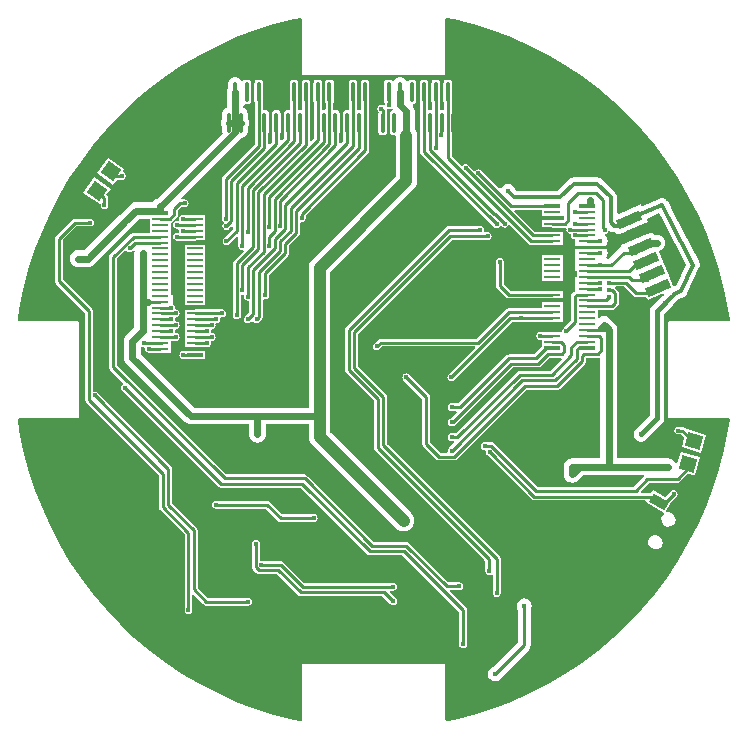
<source format=gtl>
%FSLAX44Y44*%
%MOMM*%
G71*
G01*
G75*
G04 Layer_Physical_Order=1*
G04 Layer_Color=255*
%ADD10R,1.3500X0.3000*%
%ADD11R,1.3500X0.2500*%
%ADD12R,0.5000X1.7000*%
G04:AMPARAMS|DCode=13|XSize=0.32mm|YSize=1.7mm|CornerRadius=0.08mm|HoleSize=0mm|Usage=FLASHONLY|Rotation=0.000|XOffset=0mm|YOffset=0mm|HoleType=Round|Shape=RoundedRectangle|*
%AMROUNDEDRECTD13*
21,1,0.3200,1.5400,0,0,0.0*
21,1,0.1600,1.7000,0,0,0.0*
1,1,0.1600,0.0800,-0.7700*
1,1,0.1600,-0.0800,-0.7700*
1,1,0.1600,-0.0800,0.7700*
1,1,0.1600,0.0800,0.7700*
%
%ADD13ROUNDEDRECTD13*%
G04:AMPARAMS|DCode=14|XSize=1.5mm|YSize=0.8mm|CornerRadius=0mm|HoleSize=0mm|Usage=FLASHONLY|Rotation=330.000|XOffset=0mm|YOffset=0mm|HoleType=Round|Shape=Rectangle|*
%AMROTATEDRECTD14*
4,1,4,-0.8495,0.0286,-0.4495,0.7214,0.8495,-0.0286,0.4495,-0.7214,-0.8495,0.0286,0.0*
%
%ADD14ROTATEDRECTD14*%

G04:AMPARAMS|DCode=15|XSize=1.5mm|YSize=1mm|CornerRadius=0mm|HoleSize=0mm|Usage=FLASHONLY|Rotation=240.000|XOffset=0mm|YOffset=0mm|HoleType=Round|Shape=Rectangle|*
%AMROTATEDRECTD15*
4,1,4,-0.0580,0.8995,0.8080,0.3995,0.0580,-0.8995,-0.8080,-0.3995,-0.0580,0.8995,0.0*
%
%ADD15ROTATEDRECTD15*%

G04:AMPARAMS|DCode=16|XSize=3mm|YSize=2.1mm|CornerRadius=0mm|HoleSize=0mm|Usage=FLASHONLY|Rotation=203.500|XOffset=0mm|YOffset=0mm|HoleType=Round|Shape=Rectangle|*
%AMROTATEDRECTD16*
4,1,4,0.9569,1.5610,1.7943,-0.3648,-0.9569,-1.5610,-1.7943,0.3648,0.9569,1.5610,0.0*
%
%ADD16ROTATEDRECTD16*%

G04:AMPARAMS|DCode=17|XSize=2.1mm|YSize=0.8mm|CornerRadius=0mm|HoleSize=0mm|Usage=FLASHONLY|Rotation=203.500|XOffset=0mm|YOffset=0mm|HoleType=Round|Shape=Rectangle|*
%AMROTATEDRECTD17*
4,1,4,0.8034,0.7855,1.1224,0.0519,-0.8034,-0.7855,-1.1224,-0.0519,0.8034,0.7855,0.0*
%
%ADD17ROTATEDRECTD17*%

G04:AMPARAMS|DCode=18|XSize=1.2954mm|YSize=1.1938mm|CornerRadius=0mm|HoleSize=0mm|Usage=FLASHONLY|Rotation=344.000|XOffset=0mm|YOffset=0mm|HoleType=Round|Shape=Rectangle|*
%AMROTATEDRECTD18*
4,1,4,-0.7871,-0.3952,-0.4581,0.7523,0.7871,0.3952,0.4581,-0.7523,-0.7871,-0.3952,0.0*
%
%ADD18ROTATEDRECTD18*%

G04:AMPARAMS|DCode=19|XSize=1.2954mm|YSize=1.1938mm|CornerRadius=0mm|HoleSize=0mm|Usage=FLASHONLY|Rotation=325.000|XOffset=0mm|YOffset=0mm|HoleType=Round|Shape=Rectangle|*
%AMROTATEDRECTD19*
4,1,4,-0.8729,-0.1175,-0.1882,0.8605,0.8729,0.1175,0.1882,-0.8605,-0.8729,-0.1175,0.0*
%
%ADD19ROTATEDRECTD19*%

%ADD20C,0.6000*%
%ADD21C,0.2540*%
%ADD22C,1.0000*%
%ADD23C,0.4000*%
%ADD24C,0.3000*%
G04:AMPARAMS|DCode=25|XSize=4mm|YSize=4mm|CornerRadius=2mm|HoleSize=0mm|Usage=FLASHONLY|Rotation=0.000|XOffset=0mm|YOffset=0mm|HoleType=Round|Shape=RoundedRectangle|*
%AMROUNDEDRECTD25*
21,1,4.0000,0.0000,0,0,0.0*
21,1,0.0000,4.0000,0,0,0.0*
1,1,4.0000,0.0000,0.0000*
1,1,4.0000,0.0000,0.0000*
1,1,4.0000,0.0000,0.0000*
1,1,4.0000,0.0000,0.0000*
%
%ADD25ROUNDEDRECTD25*%
%ADD26C,0.0254*%
%ADD27C,0.4500*%
G36*
X-60698Y297114D02*
Y250000D01*
X-60494Y249506D01*
X-60000Y249302D01*
X60000D01*
X60494Y249506D01*
X60698Y250000D01*
Y297114D01*
X61680Y297919D01*
X67724Y296717D01*
X84254Y292453D01*
X100520Y287269D01*
X116469Y281181D01*
X132051Y274208D01*
X147219Y266372D01*
X161923Y257699D01*
X176117Y248214D01*
X189758Y237949D01*
X202801Y226935D01*
X215206Y215206D01*
X226935Y202801D01*
X237949Y189758D01*
X248214Y176117D01*
X257699Y161923D01*
X266372Y147219D01*
X274208Y132051D01*
X281181Y116469D01*
X287269Y100520D01*
X292453Y84254D01*
X296717Y67724D01*
X300048Y50980D01*
X301364Y41657D01*
X300531Y40698D01*
X250000D01*
X249506Y40494D01*
X249302Y40000D01*
Y-40000D01*
X249506Y-40494D01*
X250000Y-40698D01*
X300531D01*
X301364Y-41657D01*
X300048Y-50980D01*
X296717Y-67724D01*
X292453Y-84254D01*
X287269Y-100520D01*
X281181Y-116469D01*
X274208Y-132051D01*
X266372Y-147219D01*
X257699Y-161923D01*
X248214Y-176117D01*
X237949Y-189758D01*
X226935Y-202801D01*
X215206Y-215206D01*
X202801Y-226935D01*
X189758Y-237949D01*
X176117Y-248214D01*
X161923Y-257699D01*
X147219Y-266372D01*
X132051Y-274208D01*
X116469Y-281181D01*
X100520Y-287269D01*
X84254Y-292453D01*
X67724Y-296717D01*
X61680Y-297919D01*
X60698Y-297114D01*
Y-250000D01*
X60494Y-249506D01*
X60000Y-249302D01*
X-60000D01*
X-60494Y-249506D01*
X-60698Y-250000D01*
Y-297114D01*
X-61680Y-297919D01*
X-67724Y-296717D01*
X-84254Y-292453D01*
X-100520Y-287269D01*
X-116469Y-281181D01*
X-132051Y-274208D01*
X-147219Y-266372D01*
X-161923Y-257699D01*
X-176117Y-248214D01*
X-189758Y-237949D01*
X-202801Y-226935D01*
X-215206Y-215206D01*
X-226935Y-202801D01*
X-237949Y-189758D01*
X-248214Y-176117D01*
X-257699Y-161923D01*
X-266372Y-147219D01*
X-274208Y-132051D01*
X-281181Y-116469D01*
X-287269Y-100520D01*
X-292453Y-84254D01*
X-296717Y-67724D01*
X-300048Y-50980D01*
X-301364Y-41657D01*
X-300531Y-40698D01*
X-250000D01*
X-249506Y-40494D01*
X-249302Y-40000D01*
Y40000D01*
X-249506Y40494D01*
X-250000Y40698D01*
X-300531D01*
X-301364Y41657D01*
X-300048Y50980D01*
X-296717Y67724D01*
X-292453Y84254D01*
X-287269Y100520D01*
X-281181Y116469D01*
X-274208Y132051D01*
X-266372Y147219D01*
X-257699Y161923D01*
X-248214Y176117D01*
X-237949Y189758D01*
X-226935Y202801D01*
X-215206Y215206D01*
X-202801Y226935D01*
X-189758Y237949D01*
X-176117Y248214D01*
X-161923Y257699D01*
X-147219Y266372D01*
X-132051Y274208D01*
X-116469Y281181D01*
X-100520Y287269D01*
X-84254Y292453D01*
X-67724Y296717D01*
X-61680Y297919D01*
X-60698Y297114D01*
D02*
G37*
%LPC*%
G36*
X261206Y-48338D02*
X257810D01*
X256534Y-48592D01*
X255452Y-49315D01*
X254730Y-50397D01*
X254476Y-51673D01*
X254730Y-52948D01*
X255452Y-54030D01*
X256534Y-54753D01*
X257810Y-55006D01*
X259825D01*
X263085Y-58266D01*
X260939Y-65751D01*
X277236Y-70424D01*
X281629Y-55104D01*
X265332Y-50431D01*
X265332Y-50430D01*
X265332Y-50430D01*
X264814Y-50565D01*
X263564Y-49315D01*
X262482Y-48592D01*
X261206Y-48338D01*
D02*
G37*
G36*
X-89994Y-111066D02*
X-133740D01*
X-135015Y-111320D01*
X-136097Y-112043D01*
X-136820Y-113124D01*
X-137074Y-114400D01*
X-136820Y-115676D01*
X-136097Y-116757D01*
X-135015Y-117480D01*
X-133740Y-117734D01*
X-91375D01*
X-81021Y-128088D01*
X-81021D01*
X-81021Y-128088D01*
X-81021Y-128088D01*
Y-128088D01*
X-79940Y-128810D01*
X-78664Y-129064D01*
X-50800D01*
X-49524Y-128810D01*
X-48443Y-128088D01*
X-47720Y-127006D01*
X-47466Y-125730D01*
X-47720Y-124454D01*
X-48443Y-123372D01*
X-49524Y-122650D01*
X-50800Y-122396D01*
X-77283D01*
X-87636Y-112043D01*
X-88718Y-111320D01*
X-89994Y-111066D01*
D02*
G37*
G36*
X-142500Y15750D02*
X-160000D01*
Y15584D01*
X-161290D01*
X-162566Y15330D01*
X-163647Y14607D01*
X-164370Y13526D01*
X-164624Y12250D01*
X-164370Y10974D01*
X-163647Y9893D01*
X-162566Y9170D01*
X-161290Y8916D01*
X-160000D01*
Y8750D01*
X-142500D01*
Y15750D01*
D02*
G37*
G36*
X160000Y56750D02*
X142500D01*
Y51834D01*
X114279D01*
X113004Y51580D01*
X111922Y50858D01*
X87259Y26194D01*
X5789D01*
X4514Y25940D01*
X3432Y25217D01*
X182Y21968D01*
X-540Y20886D01*
X-794Y19611D01*
X-540Y18335D01*
X182Y17253D01*
X1264Y16530D01*
X2540Y16277D01*
X3816Y16530D01*
X4897Y17253D01*
X7170Y19526D01*
X85351D01*
X85837Y18353D01*
X63393Y-4092D01*
X62670Y-5174D01*
X62416Y-6450D01*
X62670Y-7726D01*
X63393Y-8808D01*
X64474Y-9530D01*
X65750Y-9784D01*
X67026Y-9530D01*
X68108Y-8808D01*
X117081Y40166D01*
X151250D01*
X151673Y40250D01*
X160000D01*
Y45250D01*
Y50250D01*
Y56750D01*
D02*
G37*
G36*
X239256Y-140077D02*
X236875Y-140234D01*
X234734Y-141289D01*
X233160Y-143084D01*
X232393Y-145344D01*
X232549Y-147726D01*
X233605Y-149867D01*
X235399Y-151441D01*
X237659Y-152208D01*
X240041Y-152052D01*
X242182Y-150996D01*
X243756Y-149201D01*
X244523Y-146941D01*
X244367Y-144559D01*
X243311Y-142419D01*
X241517Y-140845D01*
X239256Y-140077D01*
D02*
G37*
G36*
X-240030Y127794D02*
X-253170D01*
X-254446Y127540D01*
X-255527Y126818D01*
X-269058Y113287D01*
X-269780Y112206D01*
X-270034Y110930D01*
Y75120D01*
X-269780Y73844D01*
X-269058Y72762D01*
X-269058Y72762D01*
X-269058Y72762D01*
X-244094Y47799D01*
Y-25924D01*
X-243840Y-27200D01*
X-243118Y-28282D01*
X-181723Y-89676D01*
Y-116482D01*
X-181470Y-117758D01*
X-180747Y-118840D01*
X-180747Y-118840D01*
X-180747Y-118840D01*
X-160211Y-139375D01*
Y-203803D01*
X-159957Y-205079D01*
X-159235Y-206160D01*
X-158153Y-206883D01*
X-156877Y-207137D01*
X-155601Y-206883D01*
X-154520Y-206160D01*
X-153797Y-205079D01*
X-153543Y-203803D01*
Y-191309D01*
X-152370Y-190823D01*
X-144366Y-198827D01*
X-143285Y-199549D01*
X-143284Y-199549D01*
X-143284Y-199549D01*
D01*
X-143284Y-199549D01*
X-143284Y-199549D01*
X-142008Y-199803D01*
X-106221D01*
X-104945Y-199549D01*
X-103863Y-198827D01*
X-103140Y-197745D01*
X-102886Y-196469D01*
X-103140Y-195193D01*
X-103863Y-194111D01*
X-104945Y-193389D01*
X-106221Y-193135D01*
X-140627D01*
X-149003Y-184759D01*
Y-136114D01*
X-149257Y-134838D01*
X-149980Y-133756D01*
X-170515Y-113221D01*
Y-84301D01*
X-170769Y-83025D01*
X-171492Y-81944D01*
X-233862Y-19573D01*
X-234944Y-18850D01*
X-236220Y-18596D01*
X-236444Y-18641D01*
X-237426Y-17835D01*
Y49180D01*
X-237680Y50456D01*
X-238403Y51537D01*
X-263366Y76501D01*
Y109549D01*
X-251789Y121126D01*
X-240030D01*
X-238754Y121380D01*
X-237673Y122102D01*
X-236950Y123184D01*
X-236696Y124460D01*
X-236950Y125736D01*
X-237673Y126818D01*
X-238754Y127540D01*
X-240030Y127794D01*
D02*
G37*
G36*
X127381Y-193825D02*
X124942Y-194310D01*
X122875Y-195692D01*
X121494Y-197759D01*
X121009Y-200198D01*
X121494Y-202637D01*
X122008Y-203406D01*
Y-231117D01*
X101494Y-251631D01*
X100587Y-251811D01*
X98519Y-253193D01*
X97138Y-255260D01*
X96653Y-257699D01*
X97138Y-260137D01*
X98519Y-262205D01*
X100587Y-263586D01*
X103025Y-264071D01*
X105464Y-263586D01*
X107531Y-262205D01*
X108913Y-260137D01*
X109093Y-259230D01*
X131180Y-237142D01*
X131180Y-237143D01*
X131180Y-237142D01*
X132345Y-235399D01*
X132754Y-233343D01*
Y-203406D01*
X133268Y-202637D01*
X133753Y-200198D01*
X133268Y-197759D01*
X131887Y-195692D01*
X129820Y-194310D01*
X127381Y-193825D01*
D02*
G37*
G36*
X90170Y121444D02*
X63429D01*
X62154Y121190D01*
X61072Y120468D01*
X-23407Y35988D01*
X-24130Y34906D01*
X-24384Y33630D01*
Y-190D01*
X-24130Y-1465D01*
X-23407Y-2547D01*
X-23407Y-2547D01*
X-23407Y-2547D01*
X161Y-26116D01*
Y-66167D01*
X415Y-67443D01*
X1138Y-68524D01*
X1138Y-68524D01*
X1138Y-68524D01*
X94456Y-161843D01*
Y-170609D01*
X94710Y-171885D01*
X95433Y-172967D01*
X96514Y-173690D01*
X97790Y-173944D01*
X99066Y-173690D01*
X99686Y-173276D01*
X100806Y-173874D01*
Y-189175D01*
X101060Y-190451D01*
X101783Y-191533D01*
X102864Y-192256D01*
X104140Y-192509D01*
X105416Y-192256D01*
X106497Y-191533D01*
X107220Y-190451D01*
X107474Y-189175D01*
Y-160391D01*
X107220Y-159115D01*
X106497Y-158034D01*
X11369Y-62905D01*
Y-22854D01*
X11116Y-21579D01*
X10393Y-20497D01*
X-13176Y3072D01*
Y30369D01*
X66151Y109696D01*
X96425D01*
X97700Y109950D01*
X98782Y110673D01*
X99505Y111754D01*
X99759Y113030D01*
X99505Y114306D01*
X98782Y115387D01*
X97700Y116110D01*
X96425Y116364D01*
X94158D01*
X93352Y117346D01*
X93504Y118110D01*
X93250Y119386D01*
X92528Y120468D01*
X91446Y121190D01*
X90170Y121444D01*
D02*
G37*
G36*
X-99790Y-143986D02*
X-101066Y-144240D01*
X-102148Y-144963D01*
X-102870Y-146044D01*
X-103124Y-147320D01*
Y-166980D01*
X-102870Y-168256D01*
X-102148Y-169338D01*
X-102148Y-169338D01*
X-102148Y-169338D01*
X-99488Y-171998D01*
X-98406Y-172720D01*
X-97130Y-172974D01*
X-82072D01*
X-64366Y-190680D01*
D01*
X-64366D01*
Y-190680D01*
D01*
X-64366D01*
Y-190680D01*
X-64366D01*
X-64366Y-190680D01*
Y-190680D01*
X-64366Y-190680D01*
Y-190680D01*
X-63284Y-191403D01*
X-62008Y-191657D01*
X7283D01*
X13993Y-198367D01*
X15075Y-199090D01*
X16351Y-199343D01*
X17626Y-199090D01*
X18708Y-198367D01*
X19431Y-197285D01*
X19684Y-196010D01*
X19431Y-194734D01*
X18708Y-193652D01*
X13346Y-188290D01*
X13832Y-187117D01*
X16351D01*
X17626Y-186863D01*
X18708Y-186140D01*
X19431Y-185059D01*
X19684Y-183783D01*
X19431Y-182507D01*
X18708Y-181425D01*
X17626Y-180702D01*
X16351Y-180449D01*
X-58747D01*
X-76453Y-162743D01*
X-77535Y-162020D01*
X-78811Y-161766D01*
X-95250D01*
X-95474Y-161810D01*
X-96456Y-161005D01*
Y-147320D01*
X-96710Y-146044D01*
X-97432Y-144963D01*
X-98514Y-144240D01*
X-99790Y-143986D01*
D02*
G37*
G36*
X-128445Y50834D02*
X-151250D01*
X-151673Y50750D01*
X-160000D01*
Y44250D01*
Y39250D01*
Y34250D01*
Y29250D01*
Y24250D01*
Y19250D01*
X-151673D01*
X-151250Y19166D01*
X-140970D01*
X-139694Y19420D01*
X-138612Y20143D01*
X-137890Y21224D01*
X-137636Y22500D01*
X-137890Y23776D01*
X-137890Y23776D01*
D01*
X-137160Y24166D01*
X-135884Y24420D01*
X-134803Y25143D01*
X-134080Y26224D01*
X-133826Y27500D01*
X-134080Y28776D01*
X-134803Y29857D01*
X-135884Y30580D01*
X-137160Y30834D01*
X-137890Y31224D01*
X-137890D01*
X-137636Y32500D01*
X-137890Y33776D01*
X-137890Y33776D01*
D01*
X-137160Y34166D01*
X-135884Y34420D01*
X-134803Y35143D01*
X-134080Y36224D01*
X-133826Y37500D01*
X-134080Y38776D01*
X-134080Y38776D01*
D01*
X-133270Y39166D01*
X-131994Y39420D01*
X-130913Y40142D01*
X-130190Y41224D01*
X-129936Y42500D01*
X-130072Y43184D01*
X-129266Y44166D01*
X-128445D01*
X-127169Y44420D01*
X-126088Y45142D01*
X-125365Y46224D01*
X-125111Y47500D01*
X-125365Y48776D01*
X-126088Y49858D01*
X-127169Y50580D01*
X-128445Y50834D01*
D02*
G37*
G36*
X-225237Y179096D02*
X-234379Y166040D01*
X-220491Y156316D01*
X-217491Y160601D01*
X-213317D01*
X-212041Y160855D01*
X-210960Y161577D01*
X-210237Y162659D01*
X-209983Y163935D01*
X-210237Y165211D01*
X-210960Y166292D01*
X-211939Y166947D01*
X-212173Y168195D01*
X-211350Y169372D01*
X-225237Y179096D01*
D02*
G37*
G36*
X-236709Y162713D02*
X-245851Y149657D01*
X-231963Y139933D01*
X-231963Y139933D01*
X-231963Y139933D01*
X-231338Y139736D01*
Y138970D01*
X-231084Y137694D01*
X-230362Y136613D01*
X-229280Y135890D01*
X-228004Y135636D01*
X-226728Y135890D01*
X-225647Y136613D01*
X-224924Y137694D01*
X-224670Y138970D01*
Y144992D01*
X-224924Y146267D01*
X-225647Y147349D01*
X-226307Y148010D01*
X-222821Y152989D01*
X-236709Y162713D01*
D02*
G37*
G36*
X63300Y245555D02*
X61700D01*
X60608Y245338D01*
X59681Y244719D01*
X59062Y243792D01*
X58845Y242700D01*
Y227300D01*
X59062Y226208D01*
X59166Y226053D01*
Y220266D01*
X58300Y219555D01*
X56700D01*
X55834Y220266D01*
Y226053D01*
X55938Y226208D01*
X56155Y227300D01*
Y242700D01*
X55938Y243792D01*
X55319Y244719D01*
X54392Y245338D01*
X53300Y245555D01*
X51700D01*
X50608Y245338D01*
X49681Y244719D01*
X49062Y243792D01*
X48845Y242700D01*
Y227300D01*
X49062Y226208D01*
X49166Y226053D01*
Y220266D01*
X48300Y219555D01*
X46700D01*
X45834Y220266D01*
Y226053D01*
X45938Y226208D01*
X46155Y227300D01*
Y242700D01*
X45938Y243792D01*
X45319Y244719D01*
X44392Y245338D01*
X43300Y245555D01*
X41700D01*
X40608Y245338D01*
X39681Y244719D01*
X39062Y243792D01*
X38845Y242700D01*
Y227300D01*
X39062Y226208D01*
X39166Y226053D01*
Y184510D01*
X39420Y183234D01*
X40142Y182152D01*
X101823Y120472D01*
X102904Y119749D01*
X104180Y119496D01*
X105456Y119749D01*
X106538Y120472D01*
X107013Y121184D01*
X108277Y121308D01*
X108442Y121143D01*
X109524Y120420D01*
X110800Y120166D01*
X112076Y120420D01*
X113158Y121143D01*
X113801Y122106D01*
X115065Y122230D01*
X131152Y106143D01*
D01*
X131152D01*
Y106143D01*
D01*
X131152D01*
Y106142D01*
X131152D01*
X131152Y106142D01*
Y106142D01*
X131152Y106142D01*
Y106142D01*
X132234Y105420D01*
X133510Y105166D01*
X151250D01*
X151673Y105250D01*
X160000D01*
Y110250D01*
Y116750D01*
X151673D01*
X151250Y116834D01*
X136312D01*
X118903Y134243D01*
X119389Y135416D01*
X142500D01*
Y135250D01*
Y130250D01*
X160000D01*
Y135250D01*
Y138811D01*
X161215Y139180D01*
X161292Y139065D01*
Y127597D01*
X160529Y126834D01*
X151250D01*
X150827Y126750D01*
X142500D01*
Y120250D01*
X150827D01*
X151250Y120166D01*
X161910D01*
X162306Y120245D01*
X163204Y119347D01*
X163036Y118500D01*
X163290Y117224D01*
X164013Y116143D01*
X165094Y115420D01*
X166370Y115166D01*
X167250Y114776D01*
D01*
X167250Y114776D01*
X166996Y113500D01*
X167250Y112224D01*
X167973Y111143D01*
X169054Y110420D01*
X170000Y110232D01*
Y103250D01*
Y93250D01*
Y83250D01*
X172000D01*
Y80250D01*
Y78750D01*
X170000D01*
Y68250D01*
Y66246D01*
X169419Y65858D01*
X167973Y64411D01*
X167250Y63329D01*
X166996Y62053D01*
Y41656D01*
X160718Y35378D01*
X159995Y34296D01*
X159741Y33020D01*
X159798Y32732D01*
X158993Y31750D01*
X151673D01*
X151250Y31834D01*
X140970D01*
X139694Y31580D01*
X138612Y30858D01*
X137890Y29776D01*
X137636Y28500D01*
X137890Y27224D01*
X138612Y26142D01*
X139694Y25420D01*
X140970Y25166D01*
X142500D01*
Y20250D01*
Y19465D01*
X135989Y12954D01*
X114611D01*
X113335Y12700D01*
X112253Y11977D01*
X71860Y-28416D01*
X65850D01*
X64574Y-28670D01*
X63492Y-29392D01*
X62770Y-30474D01*
X62516Y-31750D01*
X62770Y-33026D01*
X63492Y-34107D01*
X64574Y-34830D01*
X65850Y-35084D01*
X69953D01*
X70439Y-36257D01*
X65388Y-41308D01*
X64574Y-41470D01*
X63492Y-42193D01*
X62770Y-43274D01*
X62516Y-44550D01*
X62770Y-45826D01*
X63492Y-46908D01*
X64574Y-47630D01*
X65850Y-47884D01*
X66861D01*
X68137Y-47630D01*
X69219Y-46908D01*
X117872Y1746D01*
X139250D01*
X140526Y2000D01*
X141608Y2722D01*
X141608Y2722D01*
X141608Y2722D01*
X149031Y10146D01*
X158853D01*
X159339Y8973D01*
X149350Y-1016D01*
X123659D01*
X122384Y-1270D01*
X121302Y-1992D01*
X69479Y-53816D01*
X65850D01*
X64574Y-54070D01*
X63492Y-54792D01*
X62770Y-55874D01*
X62516Y-57150D01*
X62770Y-58426D01*
X63492Y-59507D01*
X64574Y-60230D01*
X65850Y-60484D01*
X67572D01*
X68057Y-61657D01*
X63492Y-66223D01*
X62770Y-67304D01*
X62516Y-68580D01*
X62668Y-69344D01*
X61862Y-70326D01*
X56565D01*
X47784Y-61545D01*
Y-23400D01*
X47530Y-22124D01*
X46807Y-21042D01*
X29857Y-4092D01*
X28776Y-3370D01*
X27500Y-3116D01*
X26224Y-3370D01*
X25143Y-4092D01*
X24420Y-5174D01*
X24166Y-6450D01*
X24420Y-7726D01*
X25143Y-8808D01*
X41116Y-24781D01*
Y-62926D01*
X41370Y-64202D01*
X42092Y-65284D01*
X42092Y-65284D01*
X42092Y-65284D01*
X52826Y-76017D01*
X52826D01*
X52826Y-76018D01*
X52826Y-76018D01*
Y-76018D01*
X53908Y-76740D01*
X55184Y-76994D01*
X67958D01*
X69234Y-76740D01*
X70316Y-76017D01*
X129029Y-17304D01*
X155040D01*
X156316Y-17050D01*
X157397Y-16328D01*
X157398Y-16328D01*
X157397Y-16328D01*
X178633Y4907D01*
X179355Y5989D01*
X179355Y5989D01*
X179355Y5989D01*
X179609Y7265D01*
Y10067D01*
X179688Y10146D01*
X189624D01*
X190882Y10396D01*
X191864Y9590D01*
Y-75160D01*
X168156D01*
X166329Y-75401D01*
X164626Y-76106D01*
X163164Y-77228D01*
X162041Y-78690D01*
X161336Y-80393D01*
X161096Y-82220D01*
Y-88774D01*
X161336Y-90602D01*
X162041Y-92305D01*
X163164Y-93767D01*
X164626Y-94889D01*
X166329Y-95594D01*
X168156Y-95835D01*
X169983Y-95594D01*
X171686Y-94889D01*
X173148Y-93767D01*
X177634Y-89281D01*
X228504D01*
X228990Y-90454D01*
X220270Y-99174D01*
X138790D01*
X102028Y-62413D01*
X100946Y-61690D01*
X99670Y-61436D01*
X93980D01*
X92704Y-61690D01*
X91622Y-62413D01*
X90900Y-63494D01*
X90646Y-64770D01*
X90900Y-66046D01*
X91622Y-67127D01*
X92704Y-67850D01*
X93980Y-68104D01*
X94570D01*
X95376Y-69086D01*
X95186Y-70040D01*
X95440Y-71316D01*
X96163Y-72397D01*
X133629Y-109864D01*
X134710Y-110586D01*
X135986Y-110840D01*
X229742D01*
X230377Y-111940D01*
X230187Y-112269D01*
X245410Y-121058D01*
X245617Y-122311D01*
X244260Y-123858D01*
X243493Y-126118D01*
X243649Y-128500D01*
X244704Y-130641D01*
X246499Y-132215D01*
X248759Y-132982D01*
X251141Y-132826D01*
X253282Y-131770D01*
X254856Y-129976D01*
X255623Y-127716D01*
X255467Y-125334D01*
X254411Y-123193D01*
X252617Y-121619D01*
X250356Y-120852D01*
X248389Y-120981D01*
X247719Y-119902D01*
X252596Y-111456D01*
X256284Y-107767D01*
X257006Y-106686D01*
X257260Y-105410D01*
X257006Y-104134D01*
X256284Y-103053D01*
X255202Y-102330D01*
X253926Y-102076D01*
X252650Y-102330D01*
X251569Y-103053D01*
X246684Y-107937D01*
X236187Y-101877D01*
X234862Y-104172D01*
X226362D01*
X225875Y-102999D01*
X233119Y-95755D01*
X257260D01*
X258536Y-95501D01*
X259618Y-94778D01*
X259618Y-94778D01*
X259618Y-94778D01*
X266301Y-88095D01*
X271724Y-89649D01*
X276117Y-74329D01*
X259820Y-69656D01*
X256807Y-80163D01*
X255539Y-80235D01*
X254899Y-78690D01*
X253777Y-77228D01*
X252314Y-76106D01*
X250612Y-75401D01*
X248784Y-75160D01*
X205985D01*
Y33885D01*
X205744Y35713D01*
X205039Y37416D01*
X203917Y38878D01*
X203416Y39262D01*
X203032Y39762D01*
X199702Y43092D01*
X198240Y44215D01*
X196537Y44920D01*
X194710Y45160D01*
X192882Y44920D01*
X191180Y44215D01*
X190639Y43800D01*
X189500Y44361D01*
Y45250D01*
Y50166D01*
X201360D01*
X202636Y50420D01*
X203717Y51143D01*
X203717Y51142D01*
X203717Y51143D01*
X206687Y54112D01*
X207410Y55194D01*
X207664Y56470D01*
X207664Y56470D01*
X207664Y56470D01*
Y56470D01*
Y64511D01*
X207410Y65787D01*
X206687Y66869D01*
X204403Y69153D01*
X204890Y70326D01*
X212026D01*
X219939Y62413D01*
X219939D01*
X219939Y62412D01*
X219940Y62412D01*
Y62412D01*
X221021Y61690D01*
X222297Y61436D01*
X230606D01*
X231826Y58631D01*
X245305Y64492D01*
X246020Y63442D01*
X245033Y62455D01*
X244539Y62357D01*
X242472Y60976D01*
X241746Y59889D01*
X235592Y53735D01*
X234265Y51750D01*
X233800Y49409D01*
Y-38900D01*
X222981Y-49719D01*
X221894Y-50444D01*
X220513Y-52512D01*
X220028Y-54950D01*
X220513Y-57389D01*
X221894Y-59457D01*
X223962Y-60838D01*
X226401Y-61323D01*
X228839Y-60838D01*
X230907Y-59457D01*
X231632Y-58370D01*
X244243Y-45760D01*
X245569Y-43775D01*
X245569Y-43775D01*
X245569Y-43775D01*
X246035Y-41434D01*
Y46875D01*
X250397Y51238D01*
X251484Y51964D01*
X252865Y54031D01*
X252963Y54525D01*
X257764Y59326D01*
X262746Y61680D01*
X263434Y62190D01*
X264164Y62639D01*
X264307Y62837D01*
X264504Y62983D01*
X264945Y63718D01*
X265447Y64412D01*
X275607Y86562D01*
X275691Y86914D01*
X275864Y87232D01*
X275942Y87970D01*
X276114Y88691D01*
X276056Y89048D01*
X276095Y89408D01*
X275885Y90119D01*
X275767Y90851D01*
X275578Y91159D01*
X275475Y91507D01*
X254420Y131612D01*
X254420Y131612D01*
X248805Y142307D01*
X248207Y143046D01*
X247649Y143816D01*
X247523Y143893D01*
X247430Y144008D01*
X246595Y144463D01*
X245784Y144960D01*
X245638Y144983D01*
X245508Y145054D01*
X244562Y145154D01*
X243623Y145303D01*
X243479Y145269D01*
X243332Y145285D01*
X242420Y145015D01*
X241495Y144794D01*
X227577Y138388D01*
X226391Y138841D01*
X225922Y139919D01*
X207330Y131835D01*
X206268Y132531D01*
Y145781D01*
X205841Y147927D01*
X204625Y149746D01*
X193389Y160983D01*
X191569Y162198D01*
X189423Y162625D01*
X169223D01*
X167078Y162198D01*
X165258Y160983D01*
X155744Y151468D01*
X121112D01*
X119506Y153075D01*
X119407Y153569D01*
X118026Y155636D01*
X115959Y157017D01*
X113520Y157502D01*
X111081Y157017D01*
X109014Y155636D01*
X107633Y153569D01*
X107624Y153526D01*
X106409Y153157D01*
X91048Y168518D01*
X89966Y169241D01*
X88691Y169495D01*
X87415Y169241D01*
X86333Y168518D01*
X86206Y168328D01*
X84942Y168204D01*
X80218Y172928D01*
X79136Y173650D01*
X77860Y173904D01*
X76584Y173650D01*
X75503Y172928D01*
X75376Y172738D01*
X74112Y172613D01*
X65834Y180891D01*
Y226053D01*
X65938Y226208D01*
X66155Y227300D01*
Y242700D01*
X65938Y243792D01*
X65319Y244719D01*
X64392Y245338D01*
X63300Y245555D01*
D02*
G37*
G36*
X-6700D02*
X-8300D01*
X-9392Y245338D01*
X-10319Y244719D01*
X-10938Y243792D01*
X-11155Y242700D01*
Y227300D01*
X-10938Y226208D01*
X-10834Y226053D01*
Y220266D01*
X-11700Y219555D01*
X-13300D01*
X-14166Y220266D01*
Y226053D01*
X-14062Y226208D01*
X-13845Y227300D01*
Y242700D01*
X-14062Y243792D01*
X-14681Y244719D01*
X-15608Y245338D01*
X-16700Y245555D01*
X-18300D01*
X-19392Y245338D01*
X-20319Y244719D01*
X-20938Y243792D01*
X-21155Y242700D01*
Y227300D01*
X-20938Y226208D01*
X-20834Y226053D01*
Y220266D01*
X-21700Y219555D01*
X-23300D01*
X-24392Y219338D01*
X-25319Y218719D01*
X-25938Y217792D01*
X-26155Y216700D01*
Y201300D01*
X-25938Y200208D01*
X-25834Y200053D01*
Y193285D01*
X-27993Y191126D01*
X-29166Y191612D01*
Y200053D01*
X-29062Y200208D01*
X-28845Y201300D01*
Y216700D01*
X-29062Y217792D01*
X-29681Y218719D01*
X-30608Y219338D01*
X-31700Y219555D01*
X-33300D01*
X-34166Y220266D01*
Y226053D01*
X-34062Y226208D01*
X-33845Y227300D01*
Y242700D01*
X-34062Y243792D01*
X-34681Y244719D01*
X-35608Y245338D01*
X-36700Y245555D01*
X-38300D01*
X-39392Y245338D01*
X-40319Y244719D01*
X-40938Y243792D01*
X-41155Y242700D01*
Y227300D01*
X-40938Y226208D01*
X-40834Y226053D01*
Y220266D01*
X-41700Y219555D01*
X-43300D01*
X-44166Y220266D01*
Y226053D01*
X-44062Y226208D01*
X-43845Y227300D01*
Y242700D01*
X-44062Y243792D01*
X-44681Y244719D01*
X-45608Y245338D01*
X-46700Y245555D01*
X-48300D01*
X-49392Y245338D01*
X-50319Y244719D01*
X-50938Y243792D01*
X-51155Y242700D01*
Y227300D01*
X-50938Y226208D01*
X-50834Y226053D01*
Y195363D01*
X-52993Y193204D01*
X-54166Y193690D01*
Y226053D01*
X-54062Y226208D01*
X-53845Y227300D01*
Y242700D01*
X-54062Y243792D01*
X-54681Y244719D01*
X-55608Y245338D01*
X-56700Y245555D01*
X-58300D01*
X-59392Y245338D01*
X-60319Y244719D01*
X-60938Y243792D01*
X-61155Y242700D01*
Y227300D01*
X-60938Y226208D01*
X-60834Y226053D01*
Y220266D01*
X-61700Y219555D01*
X-63300D01*
X-64166Y220266D01*
Y226053D01*
X-64062Y226208D01*
X-63845Y227300D01*
Y242700D01*
X-64062Y243792D01*
X-64681Y244719D01*
X-65607Y245338D01*
X-66700Y245555D01*
X-68300D01*
X-69392Y245338D01*
X-70319Y244719D01*
X-70938Y243792D01*
X-71155Y242700D01*
Y227300D01*
X-70938Y226208D01*
X-70834Y226053D01*
Y220266D01*
X-71700Y219555D01*
X-73300D01*
X-74392Y219338D01*
X-75319Y218719D01*
X-75938Y217792D01*
X-76155Y216700D01*
Y201300D01*
X-75938Y200208D01*
X-75834Y200053D01*
Y196045D01*
X-77993Y193886D01*
X-79166Y194372D01*
Y200053D01*
X-79062Y200208D01*
X-78845Y201300D01*
Y216700D01*
X-79062Y217792D01*
X-79681Y218719D01*
X-80608Y219338D01*
X-81700Y219555D01*
X-83300D01*
X-84392Y219338D01*
X-85319Y218719D01*
X-85938Y217792D01*
X-86155Y216700D01*
Y201300D01*
X-85938Y200208D01*
X-85834Y200053D01*
Y192465D01*
X-87993Y190307D01*
X-89166Y190793D01*
Y200053D01*
X-89062Y200208D01*
X-88845Y201300D01*
Y216700D01*
X-89062Y217792D01*
X-89681Y218719D01*
X-90607Y219338D01*
X-91700Y219555D01*
X-93300D01*
X-94166Y220266D01*
Y226053D01*
X-94062Y226208D01*
X-93845Y227300D01*
Y242700D01*
X-94062Y243792D01*
X-94681Y244719D01*
X-95608Y245338D01*
X-96700Y245555D01*
X-98300D01*
X-99392Y245338D01*
X-100319Y244719D01*
X-100938Y243792D01*
X-101155Y242700D01*
Y227300D01*
X-100938Y226208D01*
X-100834Y226053D01*
Y190306D01*
X-127388Y163753D01*
X-128110Y162671D01*
X-128364Y161395D01*
Y127761D01*
X-128110Y126485D01*
X-127388Y125403D01*
X-127197Y125276D01*
X-127073Y124013D01*
X-127098Y123988D01*
X-127821Y122906D01*
X-128074Y121630D01*
X-127821Y120354D01*
X-127098Y119273D01*
X-126016Y118550D01*
X-124740Y118296D01*
X-123464Y118550D01*
X-122383Y119273D01*
X-120457Y121198D01*
X-119284Y120712D01*
Y118906D01*
X-127063Y111127D01*
X-127785Y110045D01*
X-128039Y108770D01*
X-127785Y107494D01*
X-127063Y106412D01*
X-125981Y105689D01*
X-124705Y105436D01*
X-123429Y105689D01*
X-122347Y106412D01*
X-115917Y112842D01*
X-114744Y112356D01*
Y104637D01*
X-114490Y103362D01*
X-113767Y102280D01*
X-112686Y101557D01*
X-111410Y101303D01*
X-110737Y101437D01*
X-110138Y100317D01*
X-118225Y92230D01*
X-118948Y91148D01*
X-119202Y89872D01*
Y45964D01*
X-118948Y44688D01*
X-118225Y43606D01*
X-117143Y42883D01*
X-115868Y42629D01*
X-114592Y42883D01*
X-113510Y43606D01*
X-112787Y44688D01*
X-112534Y45964D01*
Y63243D01*
X-111552Y64049D01*
X-111183Y63976D01*
X-110806Y64051D01*
X-109824Y63245D01*
Y61761D01*
X-109570Y60486D01*
X-108848Y59404D01*
X-107766Y58681D01*
X-106490Y58428D01*
X-106266Y58472D01*
X-105284Y57666D01*
Y48421D01*
X-108848Y44858D01*
X-109570Y43776D01*
X-109824Y42500D01*
X-109570Y41224D01*
X-108848Y40142D01*
X-107766Y39420D01*
X-106490Y39166D01*
X-105214Y39420D01*
X-104132Y40142D01*
X-103213Y41062D01*
X-101949Y40938D01*
X-101418Y40142D01*
X-100336Y39420D01*
X-99060Y39166D01*
X-97784Y39420D01*
X-96702Y40142D01*
X-95052Y41792D01*
X-94330Y42874D01*
X-94076Y44150D01*
Y59130D01*
X-93094Y59936D01*
X-92040Y59726D01*
X-90764Y59980D01*
X-89682Y60703D01*
X-88960Y61784D01*
X-88706Y63060D01*
Y80169D01*
X-72382Y96493D01*
X-71660Y97574D01*
X-71406Y98850D01*
Y105269D01*
X-63414Y113261D01*
X-62691Y114343D01*
X-62691Y114343D01*
X-62691Y114343D01*
X-62437Y115619D01*
Y124229D01*
X-61456Y125035D01*
X-60960Y124936D01*
X-59684Y125190D01*
X-58602Y125913D01*
X-57880Y126994D01*
X-57626Y128270D01*
Y130699D01*
X-5142Y183183D01*
X-4420Y184264D01*
X-4166Y185540D01*
Y226053D01*
X-4062Y226208D01*
X-3845Y227300D01*
Y242700D01*
X-4062Y243792D01*
X-4681Y244719D01*
X-5608Y245338D01*
X-6700Y245555D01*
D02*
G37*
G36*
X23300Y247594D02*
X21700D01*
X19827Y247222D01*
X18239Y246161D01*
X17179Y244573D01*
X17098Y244168D01*
X15852Y243920D01*
X15319Y244719D01*
X14392Y245338D01*
X13300Y245555D01*
X11700D01*
X10608Y245338D01*
X9681Y244719D01*
X9062Y243792D01*
X8845Y242700D01*
Y227300D01*
X9062Y226208D01*
X9166Y226053D01*
Y223977D01*
X8399Y223567D01*
X7909Y223470D01*
X7601Y223676D01*
X6326Y223930D01*
X5050Y223676D01*
X3968Y222953D01*
X3245Y221871D01*
X2991Y220595D01*
X3245Y219320D01*
X3968Y218238D01*
X4166Y218040D01*
Y217947D01*
X4062Y217792D01*
X3845Y216700D01*
Y201300D01*
X4062Y200208D01*
X4681Y199281D01*
X5608Y198662D01*
X6700Y198445D01*
X8300D01*
X9392Y198662D01*
X10319Y199281D01*
X10938Y200208D01*
X11155Y201300D01*
Y216700D01*
X10938Y217792D01*
X10834Y217947D01*
Y219421D01*
X10789Y219650D01*
X11687Y220548D01*
X12500Y220386D01*
X13776Y220640D01*
X14825Y221341D01*
X14943Y221305D01*
X16237Y220441D01*
X15652Y219346D01*
X15608Y219338D01*
X14681Y218719D01*
X14062Y217792D01*
X13845Y216700D01*
Y201300D01*
X14062Y200208D01*
X14681Y199281D01*
X15608Y198662D01*
X16700Y198445D01*
X18300D01*
X18300Y198445D01*
D01*
X18422Y198120D01*
Y163340D01*
X-52139Y92779D01*
X-53582Y90899D01*
X-54488Y88709D01*
X-54798Y86360D01*
Y-32310D01*
X-152015D01*
X-197410Y13084D01*
Y19291D01*
X-196290Y19890D01*
X-195586Y19420D01*
X-194414Y19187D01*
X-193709Y18131D01*
X-193834Y17500D01*
X-193580Y16224D01*
X-192857Y15143D01*
X-191776Y14420D01*
X-190500Y14166D01*
X-180750D01*
X-180327Y14250D01*
X-172000D01*
Y19250D01*
Y24166D01*
X-167640D01*
X-166364Y24420D01*
X-165282Y25143D01*
X-164560Y26224D01*
X-164306Y27500D01*
X-164560Y28776D01*
X-165282Y29857D01*
X-166364Y30580D01*
X-167640Y30834D01*
X-168440Y31224D01*
X-168440D01*
X-168186Y32500D01*
X-168440Y33776D01*
X-168440Y33776D01*
D01*
X-167640Y34166D01*
X-166364Y34420D01*
X-165282Y35143D01*
X-164560Y36224D01*
X-164306Y37500D01*
X-164560Y38776D01*
X-165282Y39857D01*
X-166364Y40580D01*
X-167640Y40834D01*
X-168440Y41224D01*
X-168440D01*
X-168186Y42500D01*
X-168440Y43776D01*
X-168440Y43776D01*
D01*
X-167640Y44166D01*
X-166364Y44420D01*
X-165282Y45142D01*
X-164560Y46224D01*
X-164306Y47500D01*
X-164560Y48776D01*
X-165282Y49858D01*
X-166364Y50580D01*
X-167640Y50834D01*
X-168440Y51224D01*
X-168440D01*
X-168186Y52500D01*
X-168440Y53776D01*
X-169163Y54858D01*
X-170000Y55417D01*
Y62750D01*
X-172000D01*
Y64250D01*
Y69250D01*
Y74250D01*
Y79250D01*
Y84250D01*
Y89250D01*
Y94250D01*
Y99250D01*
Y104250D01*
Y109250D01*
Y114250D01*
Y119250D01*
Y124250D01*
Y124309D01*
X-171444Y124420D01*
X-170362Y125142D01*
X-166553Y128953D01*
X-165830Y130034D01*
X-165576Y131310D01*
Y134644D01*
X-162820Y137400D01*
X-159932D01*
X-158657Y137654D01*
X-157575Y138377D01*
X-156852Y139459D01*
X-156598Y140735D01*
X-156852Y142010D01*
X-157575Y143092D01*
X-158657Y143815D01*
X-159932Y144068D01*
X-162799D01*
X-163285Y145242D01*
X-112507Y196020D01*
X-112211Y196406D01*
X-111700D01*
X-109827Y196779D01*
X-108239Y197839D01*
X-107178Y199427D01*
X-106806Y201300D01*
Y204922D01*
X-106385Y205470D01*
X-105680Y207173D01*
X-105440Y209000D01*
X-105680Y210827D01*
X-106385Y212530D01*
X-106806Y213078D01*
Y216700D01*
X-107178Y218573D01*
X-108239Y220161D01*
X-109827Y221222D01*
X-110440Y221343D01*
Y223095D01*
X-109392Y224662D01*
X-108300Y224445D01*
X-106700D01*
X-105607Y224662D01*
X-104681Y225281D01*
X-104062Y226208D01*
X-103845Y227300D01*
Y242700D01*
X-104062Y243792D01*
X-104681Y244719D01*
X-105607Y245338D01*
X-106700Y245555D01*
X-108300D01*
X-109392Y245338D01*
X-110319Y244719D01*
X-110852Y243920D01*
X-112098Y244168D01*
X-112178Y244573D01*
X-113239Y246161D01*
X-114827Y247222D01*
X-116700Y247594D01*
X-118300D01*
X-120173Y247222D01*
X-121761Y246161D01*
X-122821Y244573D01*
X-123194Y242700D01*
Y239078D01*
X-123614Y238530D01*
X-124320Y236827D01*
X-124560Y235000D01*
Y221343D01*
X-125173Y221222D01*
X-126761Y220161D01*
X-127821Y218573D01*
X-128194Y216700D01*
Y213078D01*
X-128614Y212530D01*
X-129320Y210827D01*
X-129560Y209000D01*
X-129320Y207173D01*
X-128614Y205470D01*
X-128194Y204922D01*
Y201300D01*
X-128028Y200468D01*
X-183721Y144776D01*
X-184280Y144544D01*
X-185742Y143422D01*
X-186864Y141960D01*
X-186980Y141680D01*
X-201478D01*
X-203305Y141440D01*
X-205008Y140735D01*
X-206470Y139612D01*
X-214860Y131222D01*
X-245042Y101040D01*
X-250385D01*
X-252213Y100800D01*
X-253916Y100094D01*
X-255378Y98972D01*
X-256500Y97510D01*
X-257205Y95807D01*
X-257446Y93980D01*
X-257205Y92153D01*
X-256500Y90450D01*
X-255378Y88988D01*
X-253916Y87865D01*
X-252213Y87160D01*
X-250385Y86920D01*
X-242118D01*
X-240290Y87160D01*
X-238587Y87865D01*
X-237125Y88988D01*
X-204875Y121238D01*
X-198553Y127560D01*
X-191500D01*
Y127250D01*
X-189500D01*
Y124250D01*
Y119250D01*
Y115834D01*
X-203399D01*
X-204675Y115580D01*
X-205756Y114858D01*
X-223153Y97461D01*
X-223876Y96379D01*
X-224129Y95104D01*
Y2360D01*
X-223876Y1085D01*
X-223153Y3D01*
X-212141Y-11009D01*
X-212265Y-12273D01*
X-213178Y-12882D01*
X-213900Y-13964D01*
X-214154Y-15240D01*
X-213900Y-16516D01*
X-213178Y-17598D01*
X-131769Y-99006D01*
D01*
X-131769D01*
Y-99006D01*
D01*
X-131769D01*
Y-99006D01*
X-131769D01*
X-131769Y-99006D01*
Y-99006D01*
X-131769Y-99006D01*
Y-99006D01*
X-130687Y-99729D01*
X-129412Y-99983D01*
X-61737D01*
X-5692Y-156027D01*
X-5692D01*
X-5692Y-156028D01*
X-5692D01*
X-5692Y-156028D01*
Y-156028D01*
X-5691Y-156028D01*
Y-156028D01*
X-4610Y-156750D01*
X-3334Y-157004D01*
X24119D01*
X72315Y-205200D01*
Y-232404D01*
X72569Y-233680D01*
X73292Y-234761D01*
X74373Y-235484D01*
X75649Y-235738D01*
X76925Y-235484D01*
X78007Y-234761D01*
X78730Y-233680D01*
X78983Y-232404D01*
Y-203819D01*
X78730Y-202543D01*
X78007Y-201462D01*
X64454Y-187909D01*
X64940Y-186736D01*
X72390D01*
X73666Y-186482D01*
X74748Y-185759D01*
X75470Y-184678D01*
X75724Y-183402D01*
X75470Y-182126D01*
X74748Y-181044D01*
X73666Y-180322D01*
X72390Y-180068D01*
X63033D01*
X29738Y-146772D01*
X28656Y-146050D01*
X27380Y-145796D01*
X-72D01*
X-56118Y-89751D01*
X-57199Y-89028D01*
X-58475Y-88774D01*
X-124945D01*
X-217461Y3741D01*
Y93722D01*
X-210313Y100871D01*
X-209049Y100746D01*
X-208922Y100556D01*
X-207840Y99834D01*
X-206564Y99580D01*
X-205289Y99834D01*
X-204207Y100556D01*
X-203580Y101184D01*
X-202441Y100622D01*
X-202646Y99060D01*
Y57500D01*
Y53684D01*
Y35939D01*
X-209462Y29122D01*
X-210585Y27660D01*
X-211290Y25957D01*
X-211530Y24130D01*
Y10160D01*
X-211530Y10160D01*
X-211530D01*
X-211290Y8333D01*
X-210585Y6630D01*
X-209462Y5168D01*
X-159932Y-44362D01*
X-158470Y-45484D01*
X-156767Y-46190D01*
X-154940Y-46430D01*
X-105485D01*
Y-54864D01*
X-105245Y-56691D01*
X-104539Y-58394D01*
X-103417Y-59856D01*
X-101955Y-60978D01*
X-100252Y-61684D01*
X-98425Y-61924D01*
X-96598Y-61684D01*
X-94895Y-60978D01*
X-93433Y-59856D01*
X-92310Y-58394D01*
X-91605Y-56691D01*
X-91365Y-54864D01*
Y-46430D01*
X-54798D01*
Y-56769D01*
X-54798Y-56769D01*
X-54798D01*
X-54488Y-59118D01*
X-53582Y-61308D01*
X-52139Y-63188D01*
X14282Y-129609D01*
X14282Y-129609D01*
X18981Y-134308D01*
X20861Y-135751D01*
X23051Y-136657D01*
X25400Y-136967D01*
X27749Y-136657D01*
X29939Y-135751D01*
X31819Y-134308D01*
X33261Y-132428D01*
X34168Y-130238D01*
X34478Y-127889D01*
X34168Y-125540D01*
X33261Y-123350D01*
X31819Y-121470D01*
X27120Y-116771D01*
X27120Y-116771D01*
X-36642Y-53009D01*
Y82600D01*
X33919Y153161D01*
X35361Y155041D01*
X36268Y157231D01*
X36578Y159580D01*
X36578Y159580D01*
X36578Y159580D01*
Y159580D01*
Y198120D01*
X36268Y200469D01*
X35361Y202659D01*
X34560Y203703D01*
Y209000D01*
Y218670D01*
X34320Y220497D01*
X33614Y222200D01*
X33300Y222610D01*
X33300Y224445D01*
X34392Y224662D01*
X35319Y225281D01*
X35938Y226208D01*
X36155Y227300D01*
Y242700D01*
X35938Y243792D01*
X35319Y244719D01*
X34392Y245338D01*
X33300Y245555D01*
X31700D01*
X30608Y245338D01*
X29681Y244719D01*
X29148Y243920D01*
X27902Y244168D01*
X27822Y244573D01*
X26761Y246161D01*
X25173Y247222D01*
X23300Y247594D01*
D02*
G37*
G36*
X106680Y94774D02*
X105404Y94520D01*
X104323Y93798D01*
X103600Y92716D01*
X103346Y91440D01*
Y71134D01*
X103600Y69858D01*
X104323Y68776D01*
X104322Y68776D01*
X104323Y68776D01*
X111956Y61143D01*
X111956D01*
X111956Y61142D01*
X111956D01*
X111956Y61142D01*
Y61142D01*
X111956Y61142D01*
Y61142D01*
X113038Y60420D01*
X114314Y60166D01*
X151250D01*
X151673Y60250D01*
X160000D01*
Y66750D01*
X151673D01*
X151250Y66834D01*
X115695D01*
X110014Y72515D01*
Y91440D01*
X109760Y92716D01*
X109038Y93798D01*
X107956Y94520D01*
X106680Y94774D01*
D02*
G37*
G36*
X-142500Y105750D02*
X-160000D01*
Y99250D01*
Y94250D01*
Y89250D01*
Y84250D01*
Y79250D01*
Y74250D01*
Y69250D01*
Y64250D01*
Y59250D01*
Y54250D01*
X-142500D01*
Y59250D01*
Y64250D01*
Y69250D01*
Y74250D01*
Y79250D01*
Y84250D01*
Y89250D01*
Y94250D01*
Y99250D01*
Y105750D01*
D02*
G37*
G36*
X-151250Y130834D02*
X-161579D01*
X-162855Y130580D01*
X-163937Y129858D01*
X-164660Y128776D01*
X-164913Y127500D01*
X-164777Y126816D01*
X-165583Y125834D01*
X-166463D01*
X-167739Y125580D01*
X-168821Y124858D01*
X-169543Y123776D01*
X-169797Y122500D01*
X-169543Y121224D01*
X-168821Y120142D01*
X-167739Y119420D01*
X-166463Y119166D01*
X-165583D01*
X-164777Y118184D01*
X-164913Y117500D01*
X-164777Y116816D01*
X-165583Y115834D01*
X-166463D01*
X-167739Y115580D01*
X-168821Y114858D01*
X-169543Y113776D01*
X-169797Y112500D01*
X-169543Y111224D01*
X-168821Y110142D01*
X-167739Y109420D01*
X-166463Y109166D01*
X-151250D01*
X-150827Y109250D01*
X-142500D01*
Y114250D01*
Y119250D01*
Y124250D01*
Y130750D01*
X-150827D01*
X-151250Y130834D01*
D02*
G37*
G36*
X160000Y96750D02*
X142500D01*
Y90250D01*
Y85250D01*
Y80250D01*
Y75250D01*
X160000D01*
Y80250D01*
Y85250D01*
Y90250D01*
Y96750D01*
D02*
G37*
%LPD*%
G36*
X244490Y126399D02*
X244490Y126399D01*
X264264Y88733D01*
X256105Y70947D01*
X254961Y70406D01*
X253772Y70853D01*
X249967Y79605D01*
X249967Y79605D01*
X249768Y80063D01*
D01*
X249768Y80063D01*
X244983Y91068D01*
X244983Y91068D01*
X244704Y91710D01*
D01*
X244704Y91710D01*
X241432Y99233D01*
X241908Y100410D01*
X243447Y101048D01*
X244910Y102170D01*
X246032Y103632D01*
X246737Y105335D01*
X246978Y107162D01*
X246737Y108989D01*
X246032Y110692D01*
X244910Y112155D01*
X243447Y113277D01*
X241745Y113982D01*
X239917Y114223D01*
X237096D01*
X235971Y116809D01*
X229857Y114151D01*
X228573Y113982D01*
X226870Y113277D01*
X225594Y112297D01*
X209376Y105246D01*
X209680Y104547D01*
X209407Y104024D01*
X207663Y102859D01*
X198691Y93887D01*
X197435Y94074D01*
X196944Y94993D01*
X197657Y96061D01*
X198142Y98500D01*
X197657Y100939D01*
X196276Y103006D01*
Y103994D01*
X197657Y106061D01*
X198142Y108500D01*
X197657Y110939D01*
X196276Y113006D01*
X195455Y113555D01*
X195702Y114800D01*
X196856Y115030D01*
X197938Y115752D01*
X198660Y116834D01*
X198723Y117148D01*
X199896Y117634D01*
X201253Y116728D01*
X203399Y116301D01*
X204569D01*
X205707Y113683D01*
X212409Y116596D01*
X213068Y116728D01*
X213735Y117173D01*
X232302Y125246D01*
X231226Y127721D01*
X241349Y132380D01*
X244490Y126399D01*
D02*
G37*
D10*
X-180750Y132750D02*
D03*
X-151250D02*
D03*
X-180750Y12250D02*
D03*
X-151250D02*
D03*
X151250Y138750D02*
D03*
X180750D02*
D03*
X151250Y18250D02*
D03*
X180750D02*
D03*
D11*
X-180750Y127500D02*
D03*
X-151250D02*
D03*
X-180750Y122500D02*
D03*
X-151250D02*
D03*
X-180750Y117500D02*
D03*
X-151250D02*
D03*
X-180750Y112500D02*
D03*
X-151250D02*
D03*
X-180750Y107500D02*
D03*
X-151250D02*
D03*
X-180750Y102500D02*
D03*
X-151250D02*
D03*
X-180750Y97500D02*
D03*
X-151250D02*
D03*
X-180750Y92500D02*
D03*
X-151250D02*
D03*
X-180750Y87500D02*
D03*
X-151250D02*
D03*
X-180750Y82500D02*
D03*
X-151250D02*
D03*
X-180750Y77500D02*
D03*
X-151250D02*
D03*
X-180750Y72500D02*
D03*
X-151250D02*
D03*
X-180750Y67500D02*
D03*
X-151250D02*
D03*
X-180750Y62500D02*
D03*
X-151250D02*
D03*
X-180750Y57500D02*
D03*
X-151250D02*
D03*
X-180750Y52500D02*
D03*
X-151250D02*
D03*
X-180750Y47500D02*
D03*
X-151250D02*
D03*
X-180750Y42500D02*
D03*
X-151250D02*
D03*
X-180750Y37500D02*
D03*
X-151250D02*
D03*
X-180750Y32500D02*
D03*
X-151250D02*
D03*
X-180750Y27500D02*
D03*
X-151250D02*
D03*
X-180750Y22500D02*
D03*
X-151250D02*
D03*
X-180750Y17500D02*
D03*
X-151250D02*
D03*
X151250Y133500D02*
D03*
X180750D02*
D03*
X151250Y128500D02*
D03*
X180750D02*
D03*
X151250Y123500D02*
D03*
X180750D02*
D03*
X151250Y118500D02*
D03*
X180750D02*
D03*
X151250Y113500D02*
D03*
X180750D02*
D03*
X151250Y108500D02*
D03*
X180750D02*
D03*
X151250Y103500D02*
D03*
X180750D02*
D03*
X151250Y98500D02*
D03*
X180750D02*
D03*
X151250Y93500D02*
D03*
X180750D02*
D03*
X151250Y88500D02*
D03*
X180750D02*
D03*
X151250Y83500D02*
D03*
X180750D02*
D03*
X151250Y78500D02*
D03*
X180750D02*
D03*
X151250Y73500D02*
D03*
X180750D02*
D03*
X151250Y68500D02*
D03*
X180750D02*
D03*
X151250Y63500D02*
D03*
X180750D02*
D03*
X151250Y58500D02*
D03*
X180750D02*
D03*
X151250Y53500D02*
D03*
X180750D02*
D03*
X151250Y48500D02*
D03*
X180750D02*
D03*
X151250Y43500D02*
D03*
X180750D02*
D03*
X151250Y38500D02*
D03*
X180750D02*
D03*
X151250Y33500D02*
D03*
X180750D02*
D03*
X151250Y28500D02*
D03*
X180750D02*
D03*
X151250Y23500D02*
D03*
X180750D02*
D03*
D12*
X82000Y235000D02*
D03*
Y209000D02*
D03*
X-132000D02*
D03*
Y235000D02*
D03*
D13*
X17500Y209000D02*
D03*
X27500D02*
D03*
X37500D02*
D03*
X22500Y235000D02*
D03*
X32500D02*
D03*
X42500D02*
D03*
X72500D02*
D03*
X62500D02*
D03*
X52500D02*
D03*
X67500Y209000D02*
D03*
X57500D02*
D03*
X47500D02*
D03*
X-42500D02*
D03*
X-32500D02*
D03*
X-22500D02*
D03*
X-12500D02*
D03*
X-2500D02*
D03*
X7500D02*
D03*
X-37500Y235000D02*
D03*
X-27500D02*
D03*
X-17500D02*
D03*
X-7500D02*
D03*
X2500D02*
D03*
X12500D02*
D03*
X-47500D02*
D03*
X-57500D02*
D03*
X-67500D02*
D03*
X-77500D02*
D03*
X-87500D02*
D03*
X-97500D02*
D03*
X-107500D02*
D03*
X-117500D02*
D03*
X-52500Y209000D02*
D03*
X-62500D02*
D03*
X-72500D02*
D03*
X-82500D02*
D03*
X-92500D02*
D03*
X-102500D02*
D03*
X-112500D02*
D03*
X-122500D02*
D03*
D14*
X241414Y-111823D02*
D03*
X221564Y-146204D02*
D03*
D15*
X268586Y-109959D02*
D03*
X233586Y-170581D02*
D03*
D16*
X233777Y163235D02*
D03*
X279792Y57406D02*
D03*
D17*
X215815Y126801D02*
D03*
X220799Y115338D02*
D03*
X235912Y80581D02*
D03*
X240896Y69118D02*
D03*
X230848Y92228D02*
D03*
X225863Y103691D02*
D03*
D18*
X271284Y-60427D02*
D03*
X265772Y-79653D02*
D03*
D19*
X-222864Y167706D02*
D03*
X-234336Y151323D02*
D03*
D20*
X230400Y107162D02*
X239917D01*
X228321Y105083D02*
X230400Y107162D01*
X-180750Y134620D02*
Y138430D01*
X-204470Y10160D02*
X-154940Y-39370D01*
X27500Y198120D02*
Y209000D01*
X22500Y223670D02*
Y235000D01*
X27500Y209000D02*
Y218670D01*
X-98425Y-54864D02*
Y-40005D01*
X-97790Y-39370D01*
X-154940D02*
X-97790D01*
X-46990D01*
X-122500Y209000D02*
X-117500D01*
X-112500D01*
X-209867Y126230D02*
X-201478Y134620D01*
X-180750D01*
X-195586Y57500D02*
X-190821D01*
X-195586Y53684D02*
Y57500D01*
X22500Y223670D02*
X27500Y218670D01*
X-117500Y209000D02*
Y235000D01*
X198660Y-82220D02*
X198924Y-81956D01*
Y33885D01*
X-250385Y93980D02*
X-242118D01*
X-209867Y126230D01*
X-204470Y24130D02*
X-195586Y33014D01*
X-204470Y10160D02*
Y24130D01*
X-195586Y33014D02*
Y53684D01*
Y57500D02*
Y99060D01*
X168156Y-88774D02*
Y-82220D01*
X174710D01*
X168156Y-88774D02*
X174710Y-82220D01*
X-180750Y134620D02*
Y137762D01*
X-117500Y201012D01*
Y209000D01*
X174710Y-82220D02*
X248784D01*
X182880Y139990D02*
Y143129D01*
X194710Y37389D02*
Y38100D01*
X192091Y34770D02*
X194710Y37389D01*
Y38100D02*
X198040Y34770D01*
X192091D02*
X198040D01*
D21*
X62500Y179510D02*
Y235000D01*
X133510Y108500D02*
X151250D01*
X62500Y179510D02*
X133510Y108500D01*
X161270Y20340D02*
Y21105D01*
Y20340D02*
X161290Y20320D01*
X161270Y20300D02*
X161290Y20320D01*
X158874Y23500D02*
X161270Y21105D01*
X151250Y23500D02*
X158874D01*
X172020D02*
X180750D01*
X173190Y18250D02*
X180750D01*
X222297Y64770D02*
X231140D01*
X235488Y69118D01*
X240896D01*
X231513Y76182D02*
X235912Y80581D01*
X218546Y76182D02*
X231513D01*
X216228Y78500D02*
X218546Y76182D01*
X224956Y92228D02*
X230848D01*
X65750Y-6450D02*
X115700Y43500D01*
X124460D01*
X151250D01*
X114279Y48500D02*
X151250D01*
X114314Y63500D02*
X151250D01*
X106680Y71134D02*
X114314Y63500D01*
X106680Y71134D02*
Y91440D01*
X-32500Y189720D02*
Y209000D01*
X-62500Y191823D02*
Y209000D01*
X-67500Y193243D02*
Y235000D01*
X-72500Y194664D02*
Y209000D01*
X-115950Y157634D02*
X-82500Y191084D01*
Y209000D01*
X-120490Y159515D02*
X-92500Y187505D01*
Y209000D01*
X-125030Y161395D02*
X-97500Y188925D01*
Y235000D01*
X-179810Y47500D02*
X-167640D01*
X-180750Y42500D02*
X-171521D01*
X-180750Y37500D02*
X-167640D01*
X-180750Y52500D02*
X-171521D01*
X-180750Y32500D02*
X-171521D01*
X-151250Y37500D02*
X-137160D01*
X-151250Y32500D02*
X-140970D01*
X-151250Y27500D02*
X-137160D01*
X-180750D02*
X-167640D01*
X-151250Y42500D02*
X-133270D01*
X-180750Y22500D02*
X-179530D01*
X-194310D02*
X-180750D01*
X-190500Y17500D02*
X-180750D01*
X-111410Y104637D02*
Y155754D01*
X-72500Y194664D01*
X-106756Y116764D02*
Y153988D01*
X-67500Y193243D01*
X-102216Y152107D02*
X-62500Y191823D01*
X-57500Y190402D02*
Y235000D01*
X-97676Y150226D02*
X-57500Y190402D01*
X-37500Y191140D02*
Y235000D01*
X-47500Y193982D02*
Y235000D01*
X-93136Y148346D02*
X-47500Y193982D01*
X-7500Y185540D02*
Y235000D01*
X-12500Y187655D02*
Y209000D01*
X-17500Y189510D02*
Y235000D01*
X-22500Y191904D02*
Y209000D01*
X-42500Y192561D02*
Y209000D01*
X-88596Y146465D02*
X-42500Y192561D01*
X-70311Y136699D02*
X-17500Y189510D01*
X-83931Y144709D02*
X-37500Y191140D01*
X-79391Y121920D02*
Y142829D01*
X-32500Y189720D01*
X-74851Y139552D02*
X-22500Y191904D01*
X-99060Y42500D02*
X-97410Y44150D01*
X-106490Y42500D02*
X-101950Y47040D01*
X-65771Y134383D02*
X-12500Y187655D01*
X-60960Y128270D02*
Y132080D01*
X-7500Y185540D01*
X-161290Y12250D02*
X-151250D01*
X-125030Y127761D02*
Y161395D01*
X-124740Y121630D02*
X-120490Y125880D01*
Y159515D01*
X-151250Y47500D02*
X-128445D01*
X-124705Y108770D02*
X-115950Y117525D01*
Y157634D01*
X-92040Y63060D02*
Y81550D01*
X-97410Y44150D02*
Y82600D01*
X-101950Y47040D02*
Y84481D01*
X-115868Y45964D02*
Y89872D01*
X-102216Y103524D01*
Y152107D01*
X-106490Y86409D02*
X-93136Y99763D01*
X-106490Y61761D02*
Y86409D01*
X-97676Y101644D02*
Y150226D01*
X-93136Y99763D02*
Y148346D01*
X12500Y223720D02*
Y235000D01*
X75649Y-232404D02*
Y-203819D01*
X-236220Y-21930D02*
X-173850Y-84301D01*
X-60128Y-183783D02*
X16351D01*
X-240760Y-25924D02*
X-178389Y-88295D01*
X61652Y-183402D02*
X72390D01*
X88639Y22860D02*
X114279Y48500D01*
X241414Y-111823D02*
X247513D01*
X253926Y-105410D01*
X180750Y28500D02*
X190824D01*
X192654Y26670D01*
X65850Y-68580D02*
X125540Y-8890D01*
X123659Y-4350D02*
X150731D01*
X125540Y-8890D02*
X153610D01*
X67958Y-73660D02*
X127648Y-13970D01*
X180750Y108500D02*
X191220D01*
X180750Y88500D02*
X191220D01*
X180750Y73500D02*
X191220D01*
X180750Y68500D02*
X191220D01*
X180750Y33500D02*
X191220D01*
X180750Y83500D02*
X216228D01*
X224956Y92228D01*
X180750Y78500D02*
X216228D01*
X201360Y53500D02*
X204330Y56470D01*
X180750Y53500D02*
X201360D01*
X140970Y28500D02*
X151250D01*
X199390Y73660D02*
X213407D01*
X222297Y64770D01*
X193716Y119974D02*
X195580Y118110D01*
X193716Y119974D02*
Y143915D01*
X187771Y149860D02*
X193716Y143915D01*
X134930Y113500D02*
X151250D01*
X77860Y170570D02*
X134930Y113500D01*
X57150Y198365D02*
Y208650D01*
X116101Y138750D02*
X151250D01*
X88691Y166161D02*
X116101Y138750D01*
X52500Y187530D02*
Y235000D01*
X151250Y123500D02*
X161910D01*
X102009Y131600D02*
X102700D01*
X110800Y123500D01*
X47500Y186110D02*
Y209000D01*
Y186110D02*
X102009Y131600D01*
X42500Y184510D02*
Y235000D01*
Y184510D02*
X104180Y122830D01*
X191770Y88500D02*
X200903D01*
X211463Y99060D01*
X221232D01*
X225863Y103691D01*
X64770Y113030D02*
X96425D01*
X63429Y118110D02*
X90170D01*
X-16510Y31750D02*
X64770Y113030D01*
X-21050Y33630D02*
X63429Y118110D01*
X-201978Y107500D02*
X-180750D01*
X-206564Y102914D02*
X-201978Y107500D01*
X237097Y-107506D02*
X241414Y-111823D01*
X-240760Y-25924D02*
Y49180D01*
X-178389Y-116482D02*
Y-88295D01*
Y-116482D02*
X-156877Y-137994D01*
Y-203803D02*
Y-137994D01*
X-173850Y-114601D02*
Y-84301D01*
X142003Y128500D02*
X151250D01*
X139990Y126487D02*
X142003Y128500D01*
X139990Y120360D02*
Y126487D01*
Y120360D02*
X141850Y118500D01*
X151250D01*
X159630D01*
X161910Y116220D01*
Y105390D02*
Y116220D01*
X160020Y103500D02*
X161910Y105390D01*
X180750Y103500D02*
X201330D01*
X208320Y110490D01*
X215952D01*
X220799Y115338D01*
X226112Y120650D01*
X238760D01*
X151250Y103500D02*
X160020D01*
X180750D01*
Y98500D02*
X191220D01*
X132122Y68500D02*
X151250D01*
X124576Y76047D02*
X132122Y68500D01*
X101833Y98500D02*
X151250D01*
X94923Y105410D02*
X101833Y98500D01*
X87179Y105410D02*
X94923D01*
X-220795Y2360D02*
X-126326Y-92108D01*
X-210820Y-15240D02*
X-129412Y-96648D01*
X8035Y-64286D02*
X104140Y-160391D01*
Y-189175D02*
Y-160391D01*
X3495Y-66167D02*
X97790Y-160462D01*
Y-170609D02*
Y-160462D01*
X-180750Y127500D02*
X-172720D01*
X-161579Y117500D02*
X-151250D01*
X-203399Y112500D02*
X-180750D01*
X-220795Y2360D02*
Y95104D01*
X-203399Y112500D01*
X-166463D02*
X-151250D01*
X-190821Y57500D02*
X-180750D01*
X135986Y-107506D02*
X237097D01*
X98520Y-70040D02*
X135986Y-107506D01*
X127381Y-233343D02*
Y-200198D01*
X103025Y-257699D02*
X127381Y-233343D01*
X-129412Y-96648D02*
X-60356D01*
X-3334Y-153670D01*
X25500D01*
X75649Y-203819D01*
X-126326Y-92108D02*
X-58475D01*
X-1453Y-149130D01*
X27380D01*
X61652Y-183402D01*
X99670Y-64770D02*
X137409Y-102508D01*
X93980Y-64770D02*
X99670D01*
X178307Y13480D02*
X189624D01*
X192654Y16510D01*
X127648Y-13970D02*
X155040D01*
X192654Y16510D02*
Y26670D01*
X-253170Y124460D02*
X-240030D01*
X-266700Y110930D02*
X-253170Y124460D01*
X-266700Y75120D02*
Y110930D01*
Y75120D02*
X-240760Y49180D01*
X-88596Y120650D02*
Y146465D01*
Y112560D02*
X-83931Y117224D01*
X-88596Y104256D02*
Y112560D01*
X-83931Y117224D02*
Y144709D01*
X-83820Y102611D02*
Y110411D01*
X-74851Y119380D01*
X-101950Y84481D02*
X-83820Y102611D01*
X-74851Y119380D02*
Y139552D01*
X-79280Y108531D02*
X-70311Y117500D01*
X-79280Y100730D02*
Y108531D01*
X-97410Y82600D02*
X-79280Y100730D01*
X-70311Y117500D02*
Y136699D01*
X-74740Y106650D02*
X-65771Y115619D01*
X-74740Y98850D02*
Y106650D01*
X-92040Y81550D02*
X-74740Y98850D01*
X-65771Y115619D02*
Y134383D01*
X6326Y220595D02*
X7500Y219421D01*
Y209000D02*
Y219421D01*
X170330Y133500D02*
X180750D01*
X170330Y123500D02*
X180750D01*
X170330Y113500D02*
X180750D01*
X166370Y118500D02*
X180750D01*
X-142008Y-196469D02*
X-106221D01*
X-152337Y-186140D02*
X-142008Y-196469D01*
X-152337Y-186140D02*
Y-136114D01*
X-173850Y-114601D02*
X-152337Y-136114D01*
X137409Y-102508D02*
X221651D01*
X231738Y-92421D01*
X171777Y63500D02*
X180750D01*
X170330Y62053D02*
X171777Y63500D01*
X170330Y40275D02*
Y62053D01*
X163075Y33020D02*
X170330Y40275D01*
X-16510Y1691D02*
Y31750D01*
Y1691D02*
X8035Y-22854D01*
Y-64286D02*
Y-22854D01*
X-21050Y-190D02*
X3495Y-24735D01*
Y-66167D02*
Y-24735D01*
X-21050Y-190D02*
Y33630D01*
X27500Y-6450D02*
X44450Y-23400D01*
Y-62926D02*
Y-23400D01*
Y-62926D02*
X55184Y-73660D01*
X67958D01*
X65850Y-57150D02*
X70859D01*
X123659Y-4350D01*
X146000Y18250D02*
X151250D01*
X137370Y9620D02*
X146000Y18250D01*
X114611Y9620D02*
X137370D01*
X139250Y5080D02*
X147650Y13480D01*
X159354D01*
X161270Y15395D01*
Y20300D01*
X116491Y5080D02*
X139250D01*
X65850Y-31750D02*
X73241D01*
X114611Y9620D01*
X150731Y-4350D02*
X167195Y12114D01*
Y18676D01*
X172020Y23500D01*
X171735Y16795D02*
X173190Y18250D01*
X176275Y11448D02*
X178307Y13480D01*
X176275Y7265D02*
Y11448D01*
X171735Y9235D02*
Y16795D01*
X153610Y-8890D02*
X171735Y9235D01*
X155040Y-13970D02*
X176275Y7265D01*
X-234336Y151323D02*
X-228004Y144992D01*
Y138970D02*
Y144992D01*
X-218049Y163935D02*
X-213317D01*
X-222864Y168750D02*
X-218049Y163935D01*
X-227510Y168750D02*
X-222864D01*
X266316Y-83364D02*
Y-75785D01*
X257260Y-92421D02*
X266316Y-83364D01*
X231738Y-92421D02*
X257260D01*
X257810Y-51673D02*
X261206D01*
X266194Y-56659D01*
X272164D01*
X161910Y123500D02*
X164626Y126216D01*
Y141179D01*
X173307Y149860D01*
X187771D01*
X-95250Y-165100D02*
X-78811D01*
X-60128Y-183783D01*
X-99790Y-166980D02*
X-97130Y-169640D01*
X-80691D01*
X-62008Y-188323D01*
X8664D01*
X16351Y-196010D01*
X-99790Y-166980D02*
Y-147320D01*
X196718Y58500D02*
X199390Y61172D01*
X180750Y58500D02*
X196718D01*
X199390Y67310D02*
X201531D01*
X204330Y64511D01*
Y56470D02*
Y64511D01*
X-166463Y122500D02*
X-151250D01*
X-161579Y127500D02*
X-151250D01*
X-172720D02*
X-168910Y131310D01*
Y136025D01*
X-164201Y140735D01*
X-159932D01*
X-133740Y-114400D02*
X-89994D01*
X-78664Y-125730D01*
X-50800D01*
X-151250Y22500D02*
X-140970D01*
X-111183Y67310D02*
Y88136D01*
X-97676Y101644D01*
X65850Y-44550D02*
X66861D01*
X116491Y5080D01*
X2540Y19611D02*
X5789Y22860D01*
X88639D01*
D22*
X-45720Y-56769D02*
X20701Y-123190D01*
X-45720Y86360D02*
X27500Y159580D01*
Y198120D01*
X-45720Y-56769D02*
Y86360D01*
X20701Y-123190D02*
X25400Y-127889D01*
D23*
X226401Y-54950D02*
X239917Y-41434D01*
Y49409D02*
X246978Y56470D01*
X239917Y-41434D02*
Y49409D01*
D24*
X260350Y66750D02*
X270510Y88900D01*
X249455Y129005D02*
X270510Y88900D01*
X223690Y130426D02*
X243840Y139700D01*
X249455Y129005D01*
X246978Y56470D02*
X254000Y63492D01*
X253901Y63703D02*
X260350Y66750D01*
X113520Y151130D02*
X118789Y145861D01*
X158067D01*
X169223Y157017D01*
X189423D01*
X200660Y145781D01*
Y124648D02*
Y145781D01*
Y124648D02*
X203399Y121909D01*
X210922D01*
X215815Y126801D01*
D25*
X-190000Y-190000D02*
D03*
X190000D02*
D03*
Y190000D02*
D03*
X-190000D02*
D03*
D26*
X249558Y-126917D02*
D03*
X238458Y-146143D02*
D03*
D27*
X239917Y107162D02*
D03*
X65850Y-57150D02*
D03*
Y-68580D02*
D03*
Y-44550D02*
D03*
Y-31750D02*
D03*
X199390Y73660D02*
D03*
X226401Y-54950D02*
D03*
X-280670Y53340D02*
D03*
X65750Y-6450D02*
D03*
X124460Y43500D02*
D03*
X106680Y91440D02*
D03*
X-194310Y22500D02*
D03*
X-190500Y17500D02*
D03*
X-140970Y22500D02*
D03*
X-106756Y116764D02*
D03*
X-88900Y120650D02*
D03*
X-79391Y121920D02*
D03*
X-171521Y52500D02*
D03*
X-167640Y37500D02*
D03*
X-137160D02*
D03*
X-140970Y32500D02*
D03*
X-137160Y27500D02*
D03*
X-171521Y32500D02*
D03*
X-88596Y104256D02*
D03*
X-167640Y27500D02*
D03*
Y47500D02*
D03*
X-171521Y42500D02*
D03*
X-128445Y47500D02*
D03*
X-133270Y42500D02*
D03*
X-111410Y104637D02*
D03*
X-60960Y128270D02*
D03*
X-106490Y42500D02*
D03*
X-99060D02*
D03*
X-92040Y63060D02*
D03*
X-161290Y12250D02*
D03*
X-124705Y108770D02*
D03*
X-177800Y6350D02*
D03*
X-125030Y127761D02*
D03*
X-124740Y121630D02*
D03*
X-124705Y115245D02*
D03*
X-115868Y45964D02*
D03*
X-106490Y61761D02*
D03*
X-111183Y67310D02*
D03*
X-166463Y122500D02*
D03*
X12500Y223720D02*
D03*
X6326Y220595D02*
D03*
X-161579Y117500D02*
D03*
X75649Y-232404D02*
D03*
X246978Y56470D02*
D03*
X-210820Y-15240D02*
D03*
X-206564Y102914D02*
D03*
X-236220Y-21930D02*
D03*
X-156877Y-203803D02*
D03*
X-240030Y124460D02*
D03*
X-95250Y-165100D02*
D03*
X16351Y-183783D02*
D03*
X-99790Y-147320D02*
D03*
X72390Y-183402D02*
D03*
X253926Y-105410D02*
D03*
X257810Y-51673D02*
D03*
X191770Y108500D02*
D03*
Y88500D02*
D03*
Y73500D02*
D03*
Y68500D02*
D03*
X199390Y61172D02*
D03*
Y67310D02*
D03*
X93980Y-64770D02*
D03*
X140970Y28500D02*
D03*
X170330Y113500D02*
D03*
X96425Y113030D02*
D03*
X104140Y-189175D02*
D03*
X170330Y133500D02*
D03*
X90170Y118110D02*
D03*
X97790Y-170609D02*
D03*
X195580Y118110D02*
D03*
X182880Y143129D02*
D03*
X77860Y170570D02*
D03*
X57150Y198365D02*
D03*
X88691Y166161D02*
D03*
X52500Y187530D02*
D03*
X170330Y123500D02*
D03*
X110800D02*
D03*
X104180Y122830D02*
D03*
X166370Y118500D02*
D03*
X-213317Y163935D02*
D03*
X-133740Y-114400D02*
D03*
X163075Y33020D02*
D03*
X98520Y-70040D02*
D03*
X27500Y198120D02*
D03*
X-180750Y138430D02*
D03*
X20701Y-123190D02*
D03*
X-250385Y93980D02*
D03*
X113520Y151130D02*
D03*
X238760Y120650D02*
D03*
X191770Y98500D02*
D03*
X142320Y58500D02*
D03*
X124576Y76047D02*
D03*
X87179Y105410D02*
D03*
X-98425Y-54864D02*
D03*
X-205740Y76047D02*
D03*
X82307Y-12700D02*
D03*
X69850Y9170D02*
D03*
X127000Y15240D02*
D03*
X139414Y-25400D02*
D03*
X167195Y-22860D02*
D03*
X222112Y-35987D02*
D03*
X197361Y-92710D02*
D03*
X154940Y-35084D02*
D03*
X248784Y-82220D02*
D03*
X168156Y-88774D02*
D03*
X103025Y-257699D02*
D03*
X127381Y-200198D02*
D03*
X-159932Y140735D02*
D03*
X-209867Y126230D02*
D03*
X-166463Y112500D02*
D03*
X-228004Y138970D02*
D03*
X-195580Y99060D02*
D03*
X-117784Y222448D02*
D03*
X-87630Y222610D02*
D03*
X-77470D02*
D03*
X-27506D02*
D03*
X-143510Y236827D02*
D03*
Y205740D02*
D03*
X6700Y190500D02*
D03*
X82000Y191612D02*
D03*
X75503Y254000D02*
D03*
X202636Y45720D02*
D03*
X137701Y-64770D02*
D03*
X137080Y-85090D02*
D03*
X82170Y-82550D02*
D03*
X50800Y-127006D02*
D03*
X31750Y-107937D02*
D03*
X-19050Y-57150D02*
D03*
Y-18850D02*
D03*
X198040Y34770D02*
D03*
X25400Y-127889D02*
D03*
X-88596Y260350D02*
D03*
X69953Y133350D02*
D03*
X38100Y133294D02*
D03*
X161Y101644D02*
D03*
Y76047D02*
D03*
X50800Y50980D02*
D03*
X88900Y69858D02*
D03*
X-50800Y-125730D02*
D03*
X-82515Y-69850D02*
D03*
X-69850Y-57150D02*
D03*
X-146050D02*
D03*
X-196850Y-88774D02*
D03*
X-273050Y-57150D02*
D03*
Y-95250D02*
D03*
X-241300Y-152400D02*
D03*
X-241306Y-57150D02*
D03*
X-127000Y-203200D02*
D03*
Y-241300D02*
D03*
X-13176D02*
D03*
X32115D02*
D03*
X133206Y-247650D02*
D03*
X57150Y-203200D02*
D03*
X-50653Y-196850D02*
D03*
X-88706Y-177800D02*
D03*
X-139700Y-145796D02*
D03*
X152400Y-184678D02*
D03*
X114279Y-127006D02*
D03*
X-120650Y6350D02*
D03*
X-82500Y6630D02*
D03*
Y38100D02*
D03*
X-76200Y82600D02*
D03*
X-33020Y142240D02*
D03*
X-139694Y152400D02*
D03*
X-158750Y184264D02*
D03*
X-108770Y189720D02*
D03*
X118623Y105083D02*
D03*
X166370Y105461D02*
D03*
X280670Y79605D02*
D03*
X250433Y147219D02*
D03*
X165100Y222444D02*
D03*
X107773Y266700D02*
D03*
X184150Y1270D02*
D03*
X254204Y-140234D02*
D03*
X184150Y-228600D02*
D03*
X75799Y-285750D02*
D03*
X-69850D02*
D03*
X139990Y196850D02*
D03*
X101646Y221632D02*
D03*
X-69850Y-105410D02*
D03*
X-39370Y-93118D02*
D03*
X-120457Y-123190D02*
D03*
X-158470Y-95250D02*
D03*
X-217170Y-28670D02*
D03*
X-163447Y-6350D02*
D03*
X-195586Y123776D02*
D03*
X-208280Y44450D02*
D03*
X-243698Y69850D02*
D03*
X-71120Y-24130D02*
D03*
X-248718Y146465D02*
D03*
X139700Y-120650D02*
D03*
X107773Y166292D02*
D03*
X27150Y11049D02*
D03*
X20656Y39370D02*
D03*
X-166370Y95266D02*
D03*
X-136604Y127761D02*
D03*
X-60698Y107950D02*
D03*
X-52500Y222200D02*
D03*
X-102870Y221222D02*
D03*
X265430Y120666D02*
D03*
X251569Y100330D02*
D03*
X44450Y164885D02*
D03*
X-106221Y-196469D02*
D03*
X-53718Y-162334D02*
D03*
X16351Y-196010D02*
D03*
X194710Y38100D02*
D03*
X168156Y-82220D02*
D03*
X27500Y191060D02*
D03*
Y-6450D02*
D03*
X2540Y19611D02*
D03*
X-82550Y-215900D02*
D03*
X149860Y5080D02*
D03*
X215900Y148590D02*
D03*
X-161579Y127500D02*
D03*
X-3810Y-123858D02*
D03*
X127000Y234950D02*
D03*
M02*

</source>
